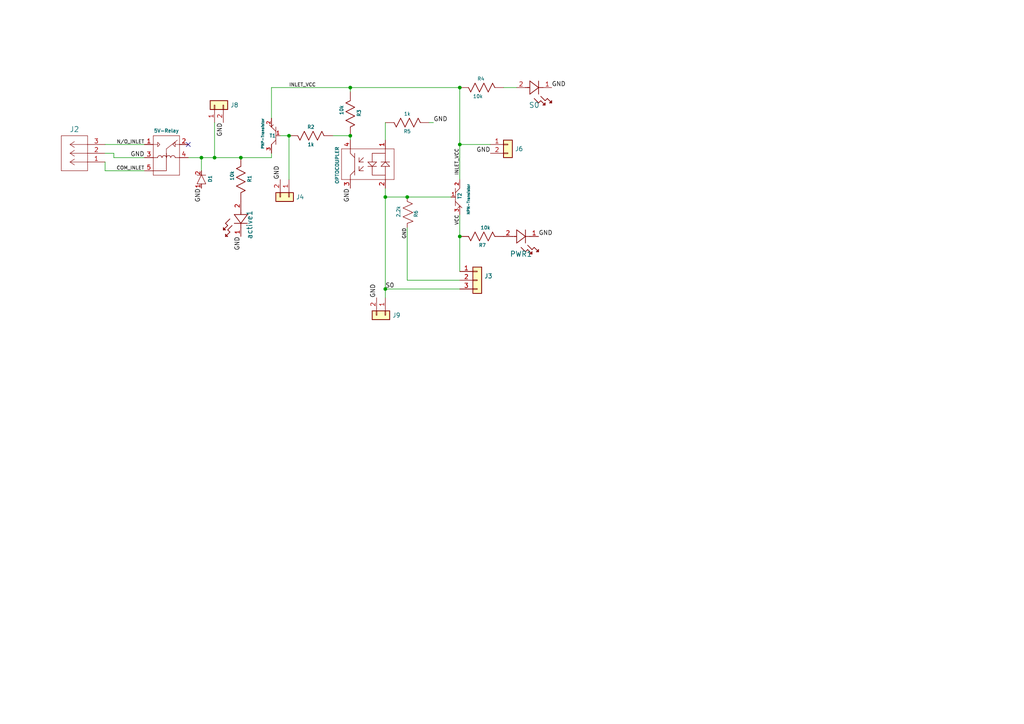
<source format=kicad_sch>
(kicad_sch (version 20230121) (generator eeschema)

  (uuid 8633ec19-b774-4ce9-a874-0daeda4d05c7)

  (paper "A4")

  (lib_symbols
    (symbol "Connector_Generic:Conn_01x02" (pin_names (offset 1.016) hide) (in_bom yes) (on_board yes)
      (property "Reference" "J" (at 0 2.54 0)
        (effects (font (size 1.27 1.27)))
      )
      (property "Value" "Conn_01x02" (at 0 -5.08 0)
        (effects (font (size 1.27 1.27)))
      )
      (property "Footprint" "" (at 0 0 0)
        (effects (font (size 1.27 1.27)) hide)
      )
      (property "Datasheet" "~" (at 0 0 0)
        (effects (font (size 1.27 1.27)) hide)
      )
      (property "ki_keywords" "connector" (at 0 0 0)
        (effects (font (size 1.27 1.27)) hide)
      )
      (property "ki_description" "Generic connector, single row, 01x02, script generated (kicad-library-utils/schlib/autogen/connector/)" (at 0 0 0)
        (effects (font (size 1.27 1.27)) hide)
      )
      (property "ki_fp_filters" "Connector*:*_1x??_*" (at 0 0 0)
        (effects (font (size 1.27 1.27)) hide)
      )
      (symbol "Conn_01x02_1_1"
        (rectangle (start -1.27 -2.413) (end 0 -2.667)
          (stroke (width 0.1524) (type default))
          (fill (type none))
        )
        (rectangle (start -1.27 0.127) (end 0 -0.127)
          (stroke (width 0.1524) (type default))
          (fill (type none))
        )
        (rectangle (start -1.27 1.27) (end 1.27 -3.81)
          (stroke (width 0.254) (type default))
          (fill (type background))
        )
        (pin passive line (at -5.08 0 0) (length 3.81)
          (name "Pin_1" (effects (font (size 1.27 1.27))))
          (number "1" (effects (font (size 1.27 1.27))))
        )
        (pin passive line (at -5.08 -2.54 0) (length 3.81)
          (name "Pin_2" (effects (font (size 1.27 1.27))))
          (number "2" (effects (font (size 1.27 1.27))))
        )
      )
    )
    (symbol "Connector_Generic:Conn_01x03" (pin_names (offset 1.016) hide) (in_bom yes) (on_board yes)
      (property "Reference" "J" (at 0 5.08 0)
        (effects (font (size 1.27 1.27)))
      )
      (property "Value" "Conn_01x03" (at 0 -5.08 0)
        (effects (font (size 1.27 1.27)))
      )
      (property "Footprint" "" (at 0 0 0)
        (effects (font (size 1.27 1.27)) hide)
      )
      (property "Datasheet" "~" (at 0 0 0)
        (effects (font (size 1.27 1.27)) hide)
      )
      (property "ki_keywords" "connector" (at 0 0 0)
        (effects (font (size 1.27 1.27)) hide)
      )
      (property "ki_description" "Generic connector, single row, 01x03, script generated (kicad-library-utils/schlib/autogen/connector/)" (at 0 0 0)
        (effects (font (size 1.27 1.27)) hide)
      )
      (property "ki_fp_filters" "Connector*:*_1x??_*" (at 0 0 0)
        (effects (font (size 1.27 1.27)) hide)
      )
      (symbol "Conn_01x03_1_1"
        (rectangle (start -1.27 -2.413) (end 0 -2.667)
          (stroke (width 0.1524) (type default))
          (fill (type none))
        )
        (rectangle (start -1.27 0.127) (end 0 -0.127)
          (stroke (width 0.1524) (type default))
          (fill (type none))
        )
        (rectangle (start -1.27 2.667) (end 0 2.413)
          (stroke (width 0.1524) (type default))
          (fill (type none))
        )
        (rectangle (start -1.27 3.81) (end 1.27 -3.81)
          (stroke (width 0.254) (type default))
          (fill (type background))
        )
        (pin passive line (at -5.08 2.54 0) (length 3.81)
          (name "Pin_1" (effects (font (size 1.27 1.27))))
          (number "1" (effects (font (size 1.27 1.27))))
        )
        (pin passive line (at -5.08 0 0) (length 3.81)
          (name "Pin_2" (effects (font (size 1.27 1.27))))
          (number "2" (effects (font (size 1.27 1.27))))
        )
        (pin passive line (at -5.08 -2.54 0) (length 3.81)
          (name "Pin_3" (effects (font (size 1.27 1.27))))
          (number "3" (effects (font (size 1.27 1.27))))
        )
      )
    )
    (symbol "pPSI:10kohm-Resistor" (pin_numbers hide) (pin_names (offset -2.54) hide) (in_bom yes) (on_board yes)
      (property "Reference" "R" (at 5.588 3.81 0)
        (effects (font (size 1 1)))
      )
      (property "Value" "10kohm-Resistor" (at 6.731 -2.54 0)
        (effects (font (size 1 1)))
      )
      (property "Footprint" "pPSI:10kohm resistor" (at 6.604 -5.207 0)
        (effects (font (size 1.524 1.524)) hide)
      )
      (property "Datasheet" "" (at 0 0 0)
        (effects (font (size 1.524 1.524)))
      )
      (symbol "10kohm-Resistor_1_1"
        (polyline
          (pts
            (xy 2.54 0)
            (xy 3.175 1.27)
          )
          (stroke (width 0.2032) (type solid))
          (fill (type none))
        )
        (polyline
          (pts
            (xy 3.175 1.27)
            (xy 4.445 -1.27)
          )
          (stroke (width 0.2032) (type solid))
          (fill (type none))
        )
        (polyline
          (pts
            (xy 4.445 -1.27)
            (xy 5.715 1.27)
          )
          (stroke (width 0.2032) (type solid))
          (fill (type none))
        )
        (polyline
          (pts
            (xy 5.715 1.27)
            (xy 6.985 -1.27)
          )
          (stroke (width 0.2032) (type solid))
          (fill (type none))
        )
        (polyline
          (pts
            (xy 6.985 -1.27)
            (xy 8.255 1.27)
          )
          (stroke (width 0.2032) (type solid))
          (fill (type none))
        )
        (polyline
          (pts
            (xy 8.255 1.27)
            (xy 9.525 -1.27)
          )
          (stroke (width 0.2032) (type solid))
          (fill (type none))
        )
        (polyline
          (pts
            (xy 9.525 -1.27)
            (xy 10.16 0)
          )
          (stroke (width 0.2032) (type solid))
          (fill (type none))
        )
        (pin unspecified line (at 0 0 0) (length 2.54)
          (name "1" (effects (font (size 1.4986 1.4986))))
          (number "1" (effects (font (size 1.4986 1.4986))))
        )
        (pin unspecified line (at 12.7 0 180) (length 2.54)
          (name "2" (effects (font (size 1.4986 1.4986))))
          (number "2" (effects (font (size 1.4986 1.4986))))
        )
      )
    )
    (symbol "pPSI:1935174" (pin_names (offset 0.254)) (in_bom yes) (on_board yes)
      (property "Reference" "J2" (at 13.3985 -1.1236 0)
        (effects (font (size 1.524 1.524)) (justify left))
      )
      (property "Value" "" (at 13.3985 -3.9564 0)
        (effects (font (size 1.524 1.524)) (justify left) hide)
      )
      (property "Footprint" "pPSI:3-pin-terminal-block" (at 7.62 -10.16 0)
        (effects (font (size 1.27 1.27) italic) hide)
      )
      (property "Datasheet" "" (at 7.62 5.08 0)
        (effects (font (size 1.27 1.27) italic) hide)
      )
      (property "ki_locked" "" (at 0 0 0)
        (effects (font (size 1.27 1.27)))
      )
      (property "ki_keywords" "1935174" (at 0 0 0)
        (effects (font (size 1.27 1.27)) hide)
      )
      (property "ki_fp_filters" "CONN_1935174_PXC" (at 0 0 0)
        (effects (font (size 1.27 1.27)) hide)
      )
      (symbol "1935174_1_1"
        (polyline
          (pts
            (xy 5.08 -7.62)
            (xy 12.7 -7.62)
          )
          (stroke (width 0.127) (type default))
          (fill (type none))
        )
        (polyline
          (pts
            (xy 5.08 2.54)
            (xy 5.08 -7.62)
          )
          (stroke (width 0.127) (type default))
          (fill (type none))
        )
        (polyline
          (pts
            (xy 10.16 -5.08)
            (xy 5.08 -5.08)
          )
          (stroke (width 0.127) (type default))
          (fill (type none))
        )
        (polyline
          (pts
            (xy 10.16 -5.08)
            (xy 8.89 -5.9267)
          )
          (stroke (width 0.127) (type default))
          (fill (type none))
        )
        (polyline
          (pts
            (xy 10.16 -5.08)
            (xy 8.89 -4.2333)
          )
          (stroke (width 0.127) (type default))
          (fill (type none))
        )
        (polyline
          (pts
            (xy 10.16 -2.54)
            (xy 5.08 -2.54)
          )
          (stroke (width 0.127) (type default))
          (fill (type none))
        )
        (polyline
          (pts
            (xy 10.16 -2.54)
            (xy 8.89 -3.3867)
          )
          (stroke (width 0.127) (type default))
          (fill (type none))
        )
        (polyline
          (pts
            (xy 10.16 -2.54)
            (xy 8.89 -1.6933)
          )
          (stroke (width 0.127) (type default))
          (fill (type none))
        )
        (polyline
          (pts
            (xy 10.16 0)
            (xy 5.08 0)
          )
          (stroke (width 0.127) (type default))
          (fill (type none))
        )
        (polyline
          (pts
            (xy 10.16 0)
            (xy 8.89 -0.8467)
          )
          (stroke (width 0.127) (type default))
          (fill (type none))
        )
        (polyline
          (pts
            (xy 10.16 0)
            (xy 8.89 0.8467)
          )
          (stroke (width 0.127) (type default))
          (fill (type none))
        )
        (polyline
          (pts
            (xy 12.7 -7.62)
            (xy 12.7 2.54)
          )
          (stroke (width 0.127) (type default))
          (fill (type none))
        )
        (polyline
          (pts
            (xy 12.7 2.54)
            (xy 5.08 2.54)
          )
          (stroke (width 0.127) (type default))
          (fill (type none))
        )
        (pin unspecified line (at 0 0 0) (length 5.08)
          (name "" (effects (font (size 1.27 1.27))))
          (number "1" (effects (font (size 1.27 1.27))))
        )
        (pin unspecified line (at 0 -2.54 0) (length 5.08)
          (name "" (effects (font (size 1.27 1.27))))
          (number "2" (effects (font (size 1.27 1.27))))
        )
        (pin unspecified line (at 0 -5.08 0) (length 5.08)
          (name "" (effects (font (size 1.27 1.27))))
          (number "3" (effects (font (size 1.27 1.27))))
        )
      )
      (symbol "1935174_1_2"
        (polyline
          (pts
            (xy 5.08 -7.62)
            (xy 12.7 -7.62)
          )
          (stroke (width 0.127) (type default))
          (fill (type none))
        )
        (polyline
          (pts
            (xy 5.08 2.54)
            (xy 5.08 -7.62)
          )
          (stroke (width 0.127) (type default))
          (fill (type none))
        )
        (polyline
          (pts
            (xy 7.62 -5.08)
            (xy 5.08 -5.08)
          )
          (stroke (width 0.127) (type default))
          (fill (type none))
        )
        (polyline
          (pts
            (xy 7.62 -5.08)
            (xy 8.89 -5.9267)
          )
          (stroke (width 0.127) (type default))
          (fill (type none))
        )
        (polyline
          (pts
            (xy 7.62 -5.08)
            (xy 8.89 -4.2333)
          )
          (stroke (width 0.127) (type default))
          (fill (type none))
        )
        (polyline
          (pts
            (xy 7.62 -2.54)
            (xy 5.08 -2.54)
          )
          (stroke (width 0.127) (type default))
          (fill (type none))
        )
        (polyline
          (pts
            (xy 7.62 -2.54)
            (xy 8.89 -3.3867)
          )
          (stroke (width 0.127) (type default))
          (fill (type none))
        )
        (polyline
          (pts
            (xy 7.62 -2.54)
            (xy 8.89 -1.6933)
          )
          (stroke (width 0.127) (type default))
          (fill (type none))
        )
        (polyline
          (pts
            (xy 7.62 0)
            (xy 5.08 0)
          )
          (stroke (width 0.127) (type default))
          (fill (type none))
        )
        (polyline
          (pts
            (xy 7.62 0)
            (xy 8.89 -0.8467)
          )
          (stroke (width 0.127) (type default))
          (fill (type none))
        )
        (polyline
          (pts
            (xy 7.62 0)
            (xy 8.89 0.8467)
          )
          (stroke (width 0.127) (type default))
          (fill (type none))
        )
        (polyline
          (pts
            (xy 12.7 -7.62)
            (xy 12.7 2.54)
          )
          (stroke (width 0.127) (type default))
          (fill (type none))
        )
        (polyline
          (pts
            (xy 12.7 2.54)
            (xy 5.08 2.54)
          )
          (stroke (width 0.127) (type default))
          (fill (type none))
        )
        (pin unspecified line (at 0 0 0) (length 5.08)
          (name "1" (effects (font (size 1.27 1.27))))
          (number "1" (effects (font (size 1.27 1.27))))
        )
        (pin unspecified line (at 0 -2.54 0) (length 5.08)
          (name "2" (effects (font (size 1.27 1.27))))
          (number "2" (effects (font (size 1.27 1.27))))
        )
        (pin unspecified line (at 0 -5.08 0) (length 5.08)
          (name "3" (effects (font (size 1.27 1.27))))
          (number "3" (effects (font (size 1.27 1.27))))
        )
      )
    )
    (symbol "pPSI:1kohm-Resistor" (pin_numbers hide) (pin_names (offset -2.54) hide) (in_bom yes) (on_board yes)
      (property "Reference" "R" (at 5.715 3.429 0)
        (effects (font (size 1 1)))
      )
      (property "Value" "1kohm-Resistor" (at 6.223 -2.794 0)
        (effects (font (size 1 1)))
      )
      (property "Footprint" "pPSI:1kohm resistor" (at 6.223 -5.08 0)
        (effects (font (size 1.524 1.524)) hide)
      )
      (property "Datasheet" "" (at 0 0 0)
        (effects (font (size 1.524 1.524)))
      )
      (symbol "1kohm-Resistor_1_1"
        (polyline
          (pts
            (xy 2.54 0)
            (xy 3.175 1.27)
          )
          (stroke (width 0.2032) (type solid))
          (fill (type none))
        )
        (polyline
          (pts
            (xy 3.175 1.27)
            (xy 4.445 -1.27)
          )
          (stroke (width 0.2032) (type solid))
          (fill (type none))
        )
        (polyline
          (pts
            (xy 4.445 -1.27)
            (xy 5.715 1.27)
          )
          (stroke (width 0.2032) (type solid))
          (fill (type none))
        )
        (polyline
          (pts
            (xy 5.715 1.27)
            (xy 6.985 -1.27)
          )
          (stroke (width 0.2032) (type solid))
          (fill (type none))
        )
        (polyline
          (pts
            (xy 6.985 -1.27)
            (xy 8.255 1.27)
          )
          (stroke (width 0.2032) (type solid))
          (fill (type none))
        )
        (polyline
          (pts
            (xy 8.255 1.27)
            (xy 9.525 -1.27)
          )
          (stroke (width 0.2032) (type solid))
          (fill (type none))
        )
        (polyline
          (pts
            (xy 9.525 -1.27)
            (xy 10.16 0)
          )
          (stroke (width 0.2032) (type solid))
          (fill (type none))
        )
        (pin unspecified line (at 0 0 0) (length 2.54)
          (name "1" (effects (font (size 1.4986 1.4986))))
          (number "1" (effects (font (size 1.4986 1.4986))))
        )
        (pin unspecified line (at 12.7 0 180) (length 2.54)
          (name "2" (effects (font (size 1.4986 1.4986))))
          (number "2" (effects (font (size 1.4986 1.4986))))
        )
      )
    )
    (symbol "pPSI:2.2kohm-Resistor" (pin_numbers hide) (pin_names (offset -2.54) hide) (in_bom yes) (on_board yes)
      (property "Reference" "R" (at 2.032 -7.112 90)
        (effects (font (size 1 1)))
      )
      (property "Value" "2.2kohm-Resistor" (at 8.001 -5.334 90)
        (effects (font (size 1 1)))
      )
      (property "Footprint" "pPSI:2.2kohm resistor" (at 11.684 -5.08 90)
        (effects (font (size 1.524 1.524)) hide)
      )
      (property "Datasheet" "" (at 5.08 -11.43 90)
        (effects (font (size 1.524 1.524)))
      )
      (symbol "2.2kohm-Resistor_0_1"
        (polyline
          (pts
            (xy 5.08 -6.35)
            (xy 3.3847 -5.7699)
            (xy 6.3059 -4.4634)
            (xy 3.4581 -3.2157)
            (xy 6.3059 -1.9092)
            (xy 3.5604 -0.6828)
            (xy 5.08 0)
          )
          (stroke (width 0) (type default))
          (fill (type none))
        )
      )
      (symbol "2.2kohm-Resistor_1_1"
        (pin unspecified line (at 5.08 -7.62 90) (length 1.27)
          (name "1" (effects (font (size 1.4986 1.4986))))
          (number "1" (effects (font (size 1.4986 1.4986))))
        )
        (pin unspecified line (at 5.08 1.27 270) (length 1.27)
          (name "2" (effects (font (size 1.4986 1.4986))))
          (number "2" (effects (font (size 1.4986 1.4986))))
        )
      )
    )
    (symbol "pPSI:5V-Relay" (pin_names (offset 0.254)) (in_bom yes) (on_board yes)
      (property "Reference" "J1" (at 11.43 -7.62 0)
        (effects (font (size 1.524 1.524)) hide)
      )
      (property "Value" "5V-Relay" (at 11.43 -10.16 0)
        (effects (font (size 1 1)))
      )
      (property "Footprint" "pPSI:5V Relay" (at 12.319 -12.065 0)
        (effects (font (size 1.524 1.524)) hide)
      )
      (property "Datasheet" "" (at 0 0 0)
        (effects (font (size 1.524 1.524)))
      )
      (symbol "5V-Relay_0_1"
        (polyline
          (pts
            (xy 8.89 -7.62)
            (xy 7.62 -7.62)
          )
          (stroke (width 0) (type default))
          (fill (type none))
        )
        (polyline
          (pts
            (xy 8.89 -3.81)
            (xy 7.62 -3.81)
          )
          (stroke (width 0) (type default))
          (fill (type none))
        )
        (polyline
          (pts
            (xy 15.24 -3.81)
            (xy 13.97 -3.81)
          )
          (stroke (width 0) (type default))
          (fill (type none))
        )
        (polyline
          (pts
            (xy 8.89 -7.62)
            (xy 11.43 -7.62)
            (xy 11.43 -3.81)
            (xy 11.43 -2.54)
          )
          (stroke (width 0) (type default))
          (fill (type none))
        )
        (arc (start 10.16 -3.81) (mid 9.525 -3.2113) (end 8.89 -3.81)
          (stroke (width 0) (type default))
          (fill (type none))
        )
        (arc (start 11.43 -3.81) (mid 10.795 -3.2113) (end 10.16 -3.81)
          (stroke (width 0) (type default))
          (fill (type none))
        )
        (arc (start 12.7 -3.81) (mid 12.065 -3.2158) (end 11.43 -3.81)
          (stroke (width 0) (type default))
          (fill (type none))
        )
        (arc (start 13.97 -3.81) (mid 13.335 -3.2097) (end 12.7 -3.81)
          (stroke (width 0) (type default))
          (fill (type none))
        )
      )
      (symbol "5V-Relay_1_1"
        (polyline
          (pts
            (xy 7.62 -8.89)
            (xy 15.24 -8.89)
          )
          (stroke (width 0.127) (type solid))
          (fill (type none))
        )
        (polyline
          (pts
            (xy 7.62 0)
            (xy 8.89 0)
          )
          (stroke (width 0.127) (type solid))
          (fill (type none))
        )
        (polyline
          (pts
            (xy 7.62 2.54)
            (xy 7.62 -8.89)
          )
          (stroke (width 0.127) (type solid))
          (fill (type none))
        )
        (polyline
          (pts
            (xy 7.62 2.54)
            (xy 15.24 2.54)
          )
          (stroke (width 0.127) (type solid))
          (fill (type none))
        )
        (polyline
          (pts
            (xy 8.89 -0.635)
            (xy 9.525 0)
          )
          (stroke (width 0.127) (type solid))
          (fill (type none))
        )
        (polyline
          (pts
            (xy 8.89 0.635)
            (xy 8.89 -0.635)
          )
          (stroke (width 0.127) (type solid))
          (fill (type none))
        )
        (polyline
          (pts
            (xy 8.89 0.635)
            (xy 9.525 0)
          )
          (stroke (width 0.127) (type solid))
          (fill (type none))
        )
        (polyline
          (pts
            (xy 11.43 -3.81)
            (xy 11.43 -1.27)
          )
          (stroke (width 0.127) (type solid))
          (fill (type none))
        )
        (polyline
          (pts
            (xy 11.43 -1.27)
            (xy 14.605 1.27)
          )
          (stroke (width 0.127) (type solid))
          (fill (type none))
        )
        (polyline
          (pts
            (xy 13.335 0)
            (xy 13.97 -0.635)
          )
          (stroke (width 0.127) (type solid))
          (fill (type none))
        )
        (polyline
          (pts
            (xy 13.97 -0.635)
            (xy 13.97 0.635)
          )
          (stroke (width 0.127) (type solid))
          (fill (type none))
        )
        (polyline
          (pts
            (xy 13.97 0.635)
            (xy 13.335 0)
          )
          (stroke (width 0.127) (type solid))
          (fill (type none))
        )
        (polyline
          (pts
            (xy 15.24 0)
            (xy 13.97 0)
          )
          (stroke (width 0.127) (type solid))
          (fill (type none))
        )
        (polyline
          (pts
            (xy 15.24 2.54)
            (xy 15.24 -8.89)
          )
          (stroke (width 0.127) (type solid))
          (fill (type none))
        )
        (pin unspecified line (at 5.08 0 0) (length 2.54)
          (name "~" (effects (font (size 1.27 1.27))))
          (number "1" (effects (font (size 1.27 1.27))))
        )
        (pin unspecified line (at 17.78 0 180) (length 2.54)
          (name "~" (effects (font (size 1.27 1.27))))
          (number "2" (effects (font (size 1.27 1.27))))
        )
        (pin unspecified line (at 5.08 -3.81 0) (length 2.54)
          (name "" (effects (font (size 1.27 1.27))))
          (number "3" (effects (font (size 1.27 1.27))))
        )
        (pin unspecified line (at 17.78 -3.81 180) (length 2.54)
          (name "~" (effects (font (size 1.27 1.27))))
          (number "4" (effects (font (size 1.27 1.27))))
        )
        (pin unspecified line (at 5.08 -7.62 0) (length 2.54)
          (name "~" (effects (font (size 1.27 1.27))))
          (number "5" (effects (font (size 1.27 1.27))))
        )
      )
    )
    (symbol "pPSI:NPN-Transistor" (pin_names (offset 1.016)) (in_bom yes) (on_board yes)
      (property "Reference" "T" (at 5.08 -22.86 0)
        (effects (font (size 1 1)))
      )
      (property "Value" "NPN-Transistor" (at 6.477 -31.75 0)
        (effects (font (size 1 1)))
      )
      (property "Footprint" "pPSI:NPN Transistor" (at 6.35 -34.29 0)
        (effects (font (size 1.27 1.27)) hide)
      )
      (property "Datasheet" "" (at 2.667 -8.89 0)
        (effects (font (size 1.524 1.524)))
      )
      (symbol "NPN-Transistor_0_1"
        (polyline
          (pts
            (xy 3.81 -24.13)
            (xy 5.08 -25.4)
          )
          (stroke (width 0) (type default))
          (fill (type none))
        )
        (polyline
          (pts
            (xy 3.81 -21.59)
            (xy 5.08 -20.32)
          )
          (stroke (width 0) (type default))
          (fill (type none))
        )
        (polyline
          (pts
            (xy 3.81 -20.32)
            (xy 3.81 -25.4)
          )
          (stroke (width 0) (type default))
          (fill (type none))
        )
        (polyline
          (pts
            (xy 5.1102 -20.2596)
            (xy 4.5509 -19.6852)
          )
          (stroke (width 0) (type default))
          (fill (type none))
        )
      )
      (symbol "NPN-Transistor_1_1"
        (polyline
          (pts
            (xy 5.1155 -20.3142)
            (xy 5.708 -19.7217)
          )
          (stroke (width 0) (type default))
          (fill (type none))
        )
        (pin input line (at 2.54 -22.86 0) (length 1.27)
          (name "" (effects (font (size 1 1))))
          (number "1" (effects (font (size 1 1))))
        )
        (pin output line (at 5.08 -27.94 90) (length 2.54)
          (name "" (effects (font (size 1 1))))
          (number "2" (effects (font (size 1 1))))
        )
        (pin output line (at 5.08 -17.78 270) (length 2.54)
          (name "" (effects (font (size 1 1))))
          (number "3" (effects (font (size 1 1))))
        )
      )
    )
    (symbol "pPSI:OPTOCOUPLER" (pin_names (offset 0)) (in_bom yes) (on_board yes)
      (property "Reference" "Q" (at 24.13 3.81 0)
        (effects (font (size 1.524 1.524)))
      )
      (property "Value" "OPTOCOUPLER" (at 24.13 -12.7 0)
        (effects (font (size 1.524 1.524)))
      )
      (property "Footprint" "pPSI:optocoupler" (at 24.13 -15.24 0)
        (effects (font (size 1.524 1.524)) hide)
      )
      (property "Datasheet" "" (at 0 0 0)
        (effects (font (size 1.524 1.524)))
      )
      (symbol "OPTOCOUPLER_0_1"
        (polyline
          (pts
            (xy 19.05 -3.81)
            (xy 19.05 -7.62)
          )
          (stroke (width 0) (type default))
          (fill (type none))
        )
        (polyline
          (pts
            (xy 19.05 -2.54)
            (xy 19.05 1.27)
          )
          (stroke (width 0) (type default))
          (fill (type none))
        )
        (polyline
          (pts
            (xy 21.59 -3.81)
            (xy 24.13 -3.81)
          )
          (stroke (width 0) (type default))
          (fill (type none))
        )
        (polyline
          (pts
            (xy 25.4 -3.81)
            (xy 26.67 -5.08)
          )
          (stroke (width 0) (type default))
          (fill (type none))
        )
        (polyline
          (pts
            (xy 25.4 -1.27)
            (xy 26.67 -2.54)
          )
          (stroke (width 0) (type default))
          (fill (type none))
        )
        (polyline
          (pts
            (xy 27.94 -5.08)
            (xy 27.94 -6.35)
          )
          (stroke (width 0) (type default))
          (fill (type none))
        )
        (polyline
          (pts
            (xy 27.94 -1.27)
            (xy 27.94 0)
          )
          (stroke (width 0) (type default))
          (fill (type none))
        )
        (polyline
          (pts
            (xy 19.05 -6.35)
            (xy 22.86 -6.35)
            (xy 22.86 -3.81)
          )
          (stroke (width 0) (type default))
          (fill (type none))
        )
        (polyline
          (pts
            (xy 22.86 -2.54)
            (xy 22.86 0)
            (xy 19.05 0)
          )
          (stroke (width 0) (type default))
          (fill (type none))
        )
        (polyline
          (pts
            (xy 21.59 -2.54)
            (xy 24.13 -2.54)
            (xy 22.86 -3.81)
            (xy 21.59 -2.54)
          )
          (stroke (width 0) (type default))
          (fill (type none))
        )
        (polyline
          (pts
            (xy 26.67 -5.08)
            (xy 26.67 -3.81)
            (xy 26.67 -5.08)
            (xy 25.4 -5.08)
          )
          (stroke (width 0) (type default))
          (fill (type none))
        )
        (polyline
          (pts
            (xy 26.67 -2.54)
            (xy 26.67 -1.27)
            (xy 26.67 -2.54)
            (xy 25.4 -2.54)
          )
          (stroke (width 0) (type default))
          (fill (type none))
        )
        (polyline
          (pts
            (xy 19.05 -2.54)
            (xy 17.78 -3.81)
            (xy 20.32 -3.81)
            (xy 19.05 -2.54)
            (xy 17.78 -2.54)
            (xy 20.32 -2.54)
          )
          (stroke (width 0) (type default))
          (fill (type none))
        )
        (polyline
          (pts
            (xy 29.21 1.27)
            (xy 29.21 0)
            (xy 27.94 -1.27)
            (xy 27.94 -5.08)
            (xy 29.21 -6.35)
            (xy 29.21 -7.62)
          )
          (stroke (width 0) (type default))
          (fill (type none))
        )
      )
      (symbol "OPTOCOUPLER_1_1"
        (polyline
          (pts
            (xy 16.51 -7.62)
            (xy 31.75 -7.62)
          )
          (stroke (width 0.127) (type solid))
          (fill (type none))
        )
        (polyline
          (pts
            (xy 16.51 1.27)
            (xy 16.51 -7.62)
          )
          (stroke (width 0.127) (type solid))
          (fill (type none))
        )
        (polyline
          (pts
            (xy 31.75 -7.62)
            (xy 31.75 1.27)
          )
          (stroke (width 0.127) (type solid))
          (fill (type none))
        )
        (polyline
          (pts
            (xy 31.75 1.27)
            (xy 16.51 1.27)
          )
          (stroke (width 0.127) (type solid))
          (fill (type none))
        )
        (pin unspecified line (at 19.05 3.81 270) (length 2.54)
          (name "~" (effects (font (size 1.27 1.27))))
          (number "1" (effects (font (size 1.27 1.27))))
        )
        (pin unspecified line (at 19.05 -10.16 90) (length 2.54)
          (name "~" (effects (font (size 1.27 1.27))))
          (number "2" (effects (font (size 1.27 1.27))))
        )
        (pin unspecified line (at 29.21 -10.16 90) (length 2.54)
          (name "" (effects (font (size 1.27 1.27))))
          (number "3" (effects (font (size 1.27 1.27))))
        )
        (pin unspecified line (at 29.21 3.81 270) (length 2.54)
          (name "" (effects (font (size 1.27 1.27))))
          (number "4" (effects (font (size 1.27 1.27))))
        )
      )
    )
    (symbol "pPSI:PNP-Transistor" (pin_names (offset 1.016)) (in_bom yes) (on_board yes)
      (property "Reference" "T" (at 26.67 -2.54 0)
        (effects (font (size 1 1)))
      )
      (property "Value" "PNP-Transistor" (at 26.67 -12.7 0)
        (effects (font (size 1 1)))
      )
      (property "Footprint" "pPSI:PNP Transistor" (at 26.67 -15.24 0)
        (effects (font (size 1.27 1.27)) hide)
      )
      (property "Datasheet" "" (at 12.827 -8.89 0)
        (effects (font (size 1.524 1.524)))
      )
      (symbol "PNP-Transistor_0_1"
        (polyline
          (pts
            (xy 25.4 -3.81)
            (xy 26.67 -5.08)
          )
          (stroke (width 0) (type default))
          (fill (type none))
        )
        (polyline
          (pts
            (xy 25.4 -1.27)
            (xy 26.67 0)
          )
          (stroke (width 0) (type default))
          (fill (type none))
        )
        (polyline
          (pts
            (xy 25.4 0)
            (xy 25.4 -5.08)
          )
          (stroke (width 0) (type default))
          (fill (type none))
        )
        (polyline
          (pts
            (xy 26.7002 0.0604)
            (xy 26.1409 0.6348)
          )
          (stroke (width 0) (type default))
          (fill (type none))
        )
      )
      (symbol "PNP-Transistor_1_1"
        (polyline
          (pts
            (xy 26.7055 0.0058)
            (xy 27.298 0.5983)
          )
          (stroke (width 0) (type default))
          (fill (type none))
        )
        (pin input line (at 24.13 -2.54 0) (length 1.27)
          (name "" (effects (font (size 1 1))))
          (number "1" (effects (font (size 1 1))))
        )
        (pin output line (at 26.67 2.54 270) (length 2.54)
          (name "" (effects (font (size 1 1))))
          (number "2" (effects (font (size 1 1))))
        )
        (pin output line (at 26.67 -7.62 90) (length 2.54)
          (name "" (effects (font (size 1 1))))
          (number "3" (effects (font (size 1 1))))
        )
      )
    )
    (symbol "pPSI:Small-Signal-Diode" (pin_names (offset 0.254)) (in_bom yes) (on_board yes)
      (property "Reference" "D" (at 16.51 15.24 0)
        (effects (font (size 1.524 1.524)))
      )
      (property "Value" "Small-Signal-Diode" (at 16.51 7.62 0)
        (effects (font (size 1.524 1.524)))
      )
      (property "Footprint" "pPSI:small signal diode" (at 17.145 5.207 0)
        (effects (font (size 1.524 1.524)) hide)
      )
      (property "Datasheet" "" (at 12.065 -5.334 0)
        (effects (font (size 1.524 1.524)))
      )
      (symbol "Small-Signal-Diode_0_1"
        (polyline
          (pts
            (xy 12.065 13.97)
            (xy 12.065 13.97)
          )
          (stroke (width 0) (type solid))
          (fill (type none))
        )
        (polyline
          (pts
            (xy 17.78 13.97)
            (xy 17.78 11.43)
          )
          (stroke (width 0) (type solid))
          (fill (type none))
        )
        (polyline
          (pts
            (xy 17.907 12.7)
            (xy 15.24 13.97)
            (xy 15.24 11.43)
            (xy 17.907 12.7)
          )
          (stroke (width 0) (type solid))
          (fill (type none))
        )
      )
      (symbol "Small-Signal-Diode_1_1"
        (pin unspecified line (at 13.97 12.7 0) (length 1.27)
          (name "~" (effects (font (size 1.27 1.27))))
          (number "1" (effects (font (size 1.27 1.27))))
        )
        (pin unspecified line (at 19.05 12.7 180) (length 1.27)
          (name "~" (effects (font (size 1.27 1.27))))
          (number "2" (effects (font (size 1.27 1.27))))
        )
      )
    )
    (symbol "pPSI:green led" (pin_names (offset 0.254)) (in_bom yes) (on_board yes)
      (property "Reference" "LED" (at 5.08 -4.445 0)
        (effects (font (size 1.524 1.524)))
      )
      (property "Value" "green led" (at 5.08 -7.62 0)
        (effects (font (size 1.524 1.524)))
      )
      (property "Footprint" "green led" (at 6.35 -12.7 0)
        (effects (font (size 1.27 1.27) italic) hide)
      )
      (property "Datasheet" "green led" (at 5.08 -10.16 0)
        (effects (font (size 1.27 1.27) italic) hide)
      )
      (property "ki_locked" "" (at 0 0 0)
        (effects (font (size 1.27 1.27)))
      )
      (property "ki_keywords" "HSMG-C170" (at 0 0 0)
        (effects (font (size 1.27 1.27)) hide)
      )
      (property "ki_fp_filters" "LED_MG-C170" (at 0 0 0)
        (effects (font (size 1.27 1.27)) hide)
      )
      (symbol "green led_0_1"
        (polyline
          (pts
            (xy 2.54 0)
            (xy 3.4798 0)
          )
          (stroke (width 0.2032) (type default))
          (fill (type none))
        )
        (polyline
          (pts
            (xy 3.175 0)
            (xy 3.81 0)
          )
          (stroke (width 0.2032) (type default))
          (fill (type none))
        )
        (polyline
          (pts
            (xy 3.81 -1.905)
            (xy 6.35 0)
          )
          (stroke (width 0.2032) (type default))
          (fill (type none))
        )
        (polyline
          (pts
            (xy 3.81 1.905)
            (xy 3.81 -1.905)
          )
          (stroke (width 0.2032) (type default))
          (fill (type none))
        )
        (polyline
          (pts
            (xy 5.08 3.175)
            (xy 6.35 4.445)
          )
          (stroke (width 0.2032) (type default))
          (fill (type none))
        )
        (polyline
          (pts
            (xy 6.35 -1.905)
            (xy 6.35 1.905)
          )
          (stroke (width 0.2032) (type default))
          (fill (type none))
        )
        (polyline
          (pts
            (xy 6.35 0)
            (xy 3.81 1.905)
          )
          (stroke (width 0.2032) (type default))
          (fill (type none))
        )
        (polyline
          (pts
            (xy 6.35 0)
            (xy 7.62 0)
          )
          (stroke (width 0.2032) (type default))
          (fill (type none))
        )
        (polyline
          (pts
            (xy 6.35 4.445)
            (xy 6.985 3.81)
          )
          (stroke (width 0.2032) (type default))
          (fill (type none))
        )
        (polyline
          (pts
            (xy 6.985 2.54)
            (xy 8.255 3.81)
          )
          (stroke (width 0.2032) (type default))
          (fill (type none))
        )
        (polyline
          (pts
            (xy 6.985 3.81)
            (xy 8.255 5.08)
          )
          (stroke (width 0.2032) (type default))
          (fill (type none))
        )
        (polyline
          (pts
            (xy 7.62 5.08)
            (xy 8.255 4.445)
          )
          (stroke (width 0.2032) (type default))
          (fill (type none))
        )
        (polyline
          (pts
            (xy 8.255 3.81)
            (xy 8.89 3.175)
          )
          (stroke (width 0.2032) (type default))
          (fill (type none))
        )
        (polyline
          (pts
            (xy 8.255 4.445)
            (xy 8.255 5.08)
          )
          (stroke (width 0.2032) (type default))
          (fill (type none))
        )
        (polyline
          (pts
            (xy 8.255 5.08)
            (xy 7.62 5.08)
          )
          (stroke (width 0.2032) (type default))
          (fill (type none))
        )
        (polyline
          (pts
            (xy 8.89 3.175)
            (xy 10.16 4.445)
          )
          (stroke (width 0.2032) (type default))
          (fill (type none))
        )
        (polyline
          (pts
            (xy 9.525 4.445)
            (xy 10.16 3.81)
          )
          (stroke (width 0.2032) (type default))
          (fill (type none))
        )
        (polyline
          (pts
            (xy 10.16 3.81)
            (xy 10.16 4.445)
          )
          (stroke (width 0.2032) (type default))
          (fill (type none))
        )
        (polyline
          (pts
            (xy 10.16 4.445)
            (xy 9.525 4.445)
          )
          (stroke (width 0.2032) (type default))
          (fill (type none))
        )
        (pin unspecified line (at 10.16 0 180) (length 2.54)
          (name "" (effects (font (size 1.27 1.27))))
          (number "1" (effects (font (size 1.27 1.27))))
        )
        (pin unspecified line (at 0 0 0) (length 2.54)
          (name "" (effects (font (size 1.27 1.27))))
          (number "2" (effects (font (size 1.27 1.27))))
        )
      )
    )
    (symbol "pPSI:red led" (pin_names (offset 0.254)) (in_bom yes) (on_board yes)
      (property "Reference" "LED" (at 5.08 -4.445 0)
        (effects (font (size 1.524 1.524)))
      )
      (property "Value" "red led" (at 5.08 -7.62 0)
        (effects (font (size 1.524 1.524)))
      )
      (property "Footprint" "red led" (at 6.35 -10.16 0)
        (effects (font (size 1.27 1.27) italic) hide)
      )
      (property "Datasheet" "red led" (at 5.08 -12.7 0)
        (effects (font (size 1.27 1.27) italic) hide)
      )
      (property "ki_locked" "" (at 0 0 0)
        (effects (font (size 1.27 1.27)))
      )
      (property "ki_keywords" "HSMG-C170" (at 0 0 0)
        (effects (font (size 1.27 1.27)) hide)
      )
      (property "ki_fp_filters" "LED_MG-C170" (at 0 0 0)
        (effects (font (size 1.27 1.27)) hide)
      )
      (symbol "red led_0_1"
        (polyline
          (pts
            (xy 2.54 0)
            (xy 3.4798 0)
          )
          (stroke (width 0.2032) (type default))
          (fill (type none))
        )
        (polyline
          (pts
            (xy 3.175 0)
            (xy 3.81 0)
          )
          (stroke (width 0.2032) (type default))
          (fill (type none))
        )
        (polyline
          (pts
            (xy 3.81 -1.905)
            (xy 6.35 0)
          )
          (stroke (width 0.2032) (type default))
          (fill (type none))
        )
        (polyline
          (pts
            (xy 3.81 1.905)
            (xy 3.81 -1.905)
          )
          (stroke (width 0.2032) (type default))
          (fill (type none))
        )
        (polyline
          (pts
            (xy 5.08 3.175)
            (xy 6.35 4.445)
          )
          (stroke (width 0.2032) (type default))
          (fill (type none))
        )
        (polyline
          (pts
            (xy 6.35 -1.905)
            (xy 6.35 1.905)
          )
          (stroke (width 0.2032) (type default))
          (fill (type none))
        )
        (polyline
          (pts
            (xy 6.35 0)
            (xy 3.81 1.905)
          )
          (stroke (width 0.2032) (type default))
          (fill (type none))
        )
        (polyline
          (pts
            (xy 6.35 0)
            (xy 7.62 0)
          )
          (stroke (width 0.2032) (type default))
          (fill (type none))
        )
        (polyline
          (pts
            (xy 6.35 4.445)
            (xy 6.985 3.81)
          )
          (stroke (width 0.2032) (type default))
          (fill (type none))
        )
        (polyline
          (pts
            (xy 6.985 2.54)
            (xy 8.255 3.81)
          )
          (stroke (width 0.2032) (type default))
          (fill (type none))
        )
        (polyline
          (pts
            (xy 6.985 3.81)
            (xy 8.255 5.08)
          )
          (stroke (width 0.2032) (type default))
          (fill (type none))
        )
        (polyline
          (pts
            (xy 7.62 5.08)
            (xy 8.255 4.445)
          )
          (stroke (width 0.2032) (type default))
          (fill (type none))
        )
        (polyline
          (pts
            (xy 8.255 3.81)
            (xy 8.89 3.175)
          )
          (stroke (width 0.2032) (type default))
          (fill (type none))
        )
        (polyline
          (pts
            (xy 8.255 4.445)
            (xy 8.255 5.08)
          )
          (stroke (width 0.2032) (type default))
          (fill (type none))
        )
        (polyline
          (pts
            (xy 8.255 5.08)
            (xy 7.62 5.08)
          )
          (stroke (width 0.2032) (type default))
          (fill (type none))
        )
        (polyline
          (pts
            (xy 8.89 3.175)
            (xy 10.16 4.445)
          )
          (stroke (width 0.2032) (type default))
          (fill (type none))
        )
        (polyline
          (pts
            (xy 9.525 4.445)
            (xy 10.16 3.81)
          )
          (stroke (width 0.2032) (type default))
          (fill (type none))
        )
        (polyline
          (pts
            (xy 10.16 3.81)
            (xy 10.16 4.445)
          )
          (stroke (width 0.2032) (type default))
          (fill (type none))
        )
        (polyline
          (pts
            (xy 10.16 4.445)
            (xy 9.525 4.445)
          )
          (stroke (width 0.2032) (type default))
          (fill (type none))
        )
        (pin unspecified line (at 10.16 0 180) (length 2.54)
          (name "" (effects (font (size 1.27 1.27))))
          (number "1" (effects (font (size 1.27 1.27))))
        )
        (pin unspecified line (at 0 0 0) (length 2.54)
          (name "" (effects (font (size 1.27 1.27))))
          (number "2" (effects (font (size 1.27 1.27))))
        )
      )
    )
  )

  (junction (at 101.6 25.4) (diameter 0) (color 0 0 0 0)
    (uuid 236fed9a-ae05-4761-86d9-ffce82bb1d55)
  )
  (junction (at 111.76 57.15) (diameter 0) (color 0 0 0 0)
    (uuid 27bfb22c-7103-4e80-8b24-15925c835608)
  )
  (junction (at 101.6 39.37) (diameter 0) (color 0 0 0 0)
    (uuid 474622e0-0144-43c7-8f4b-089c6b2396be)
  )
  (junction (at 133.35 25.4) (diameter 0) (color 0 0 0 0)
    (uuid 49b8157b-c329-4976-8306-556bb178433b)
  )
  (junction (at 62.23 45.72) (diameter 0) (color 0 0 0 0)
    (uuid 747838bd-ee09-4f9a-85b9-0a25e5eef931)
  )
  (junction (at 58.42 45.72) (diameter 0) (color 0 0 0 0)
    (uuid 98569975-77e9-41e4-bd42-a68ac26877d4)
  )
  (junction (at 133.35 68.58) (diameter 0) (color 0 0 0 0)
    (uuid a05571da-235c-490f-bc51-bbfa459c7ccd)
  )
  (junction (at 133.35 41.91) (diameter 0) (color 0 0 0 0)
    (uuid b45c373d-cef4-4d4e-813d-152791700d0d)
  )
  (junction (at 69.85 45.72) (diameter 0) (color 0 0 0 0)
    (uuid c672d6f4-f129-492f-befd-b719a628104e)
  )
  (junction (at 83.82 39.37) (diameter 0) (color 0 0 0 0)
    (uuid ce01658b-77a5-49ab-a6b8-df7c88b3c503)
  )
  (junction (at 111.76 83.82) (diameter 0) (color 0 0 0 0)
    (uuid dd5426e4-dbf3-4210-a8a0-70b7758dd314)
  )
  (junction (at 118.11 57.15) (diameter 0) (color 0 0 0 0)
    (uuid e5447f24-d53a-4432-a8cc-134553edcf39)
  )

  (no_connect (at 54.61 41.91) (uuid 638f0750-e675-4b6d-b046-314b4d4eeaaf))

  (wire (pts (xy 133.35 62.23) (xy 133.35 68.58))
    (stroke (width 0) (type default))
    (uuid 00bbbdfb-1f7c-48a6-8203-858f02f2f797)
  )
  (wire (pts (xy 111.76 35.56) (xy 111.76 40.64))
    (stroke (width 0) (type default))
    (uuid 02929aa1-ed04-4322-b0f5-a829dde5dcbe)
  )
  (wire (pts (xy 133.35 25.4) (xy 133.35 41.91))
    (stroke (width 0) (type default))
    (uuid 1f6094b8-cc9f-4259-b384-57f1ad4cb707)
  )
  (wire (pts (xy 54.61 45.72) (xy 58.42 45.72))
    (stroke (width 0) (type default))
    (uuid 282ce0f1-cfac-47b6-b299-657b53bed470)
  )
  (wire (pts (xy 101.6 39.37) (xy 101.6 40.64))
    (stroke (width 0) (type default))
    (uuid 2dd17473-996c-4b3e-a787-041a6880e893)
  )
  (wire (pts (xy 101.6 25.4) (xy 133.35 25.4))
    (stroke (width 0) (type default))
    (uuid 2e86a6c2-7f1a-46c5-abbb-587a157db090)
  )
  (wire (pts (xy 78.74 25.4) (xy 101.6 25.4))
    (stroke (width 0) (type default))
    (uuid 2edb7e82-8c77-4950-a42e-63a13a915e32)
  )
  (wire (pts (xy 111.76 57.15) (xy 111.76 83.82))
    (stroke (width 0) (type default))
    (uuid 2f9a1c31-f3cd-47a4-a8c0-bf5f1e78bd25)
  )
  (wire (pts (xy 83.82 39.37) (xy 83.82 52.07))
    (stroke (width 0) (type default))
    (uuid 314e9ef6-e914-4c89-b219-93588002942e)
  )
  (wire (pts (xy 142.24 41.91) (xy 133.35 41.91))
    (stroke (width 0) (type default))
    (uuid 33a2ee5d-5878-456a-8ed5-583484c8c811)
  )
  (wire (pts (xy 33.02 44.45) (xy 30.48 44.45))
    (stroke (width 0) (type default))
    (uuid 52d374cf-0c0c-438b-bfa9-476d13c9a361)
  )
  (wire (pts (xy 101.6 26.67) (xy 101.6 25.4))
    (stroke (width 0) (type default))
    (uuid 54482017-2a95-4729-8067-2503aaa82580)
  )
  (wire (pts (xy 130.81 57.15) (xy 118.11 57.15))
    (stroke (width 0) (type default))
    (uuid 5f45a6ab-4919-4810-bfb8-319f35a20032)
  )
  (wire (pts (xy 30.48 46.99) (xy 30.48 49.53))
    (stroke (width 0) (type default))
    (uuid 6c7db04a-25de-4eb0-ad9b-0a4e90f694b9)
  )
  (wire (pts (xy 111.76 83.82) (xy 111.76 86.36))
    (stroke (width 0) (type default))
    (uuid 72f2cf45-ff32-4218-ac05-45402c73350b)
  )
  (wire (pts (xy 78.74 25.4) (xy 78.74 34.29))
    (stroke (width 0) (type default))
    (uuid 73150c15-8701-4cbd-97e3-a9880ef85405)
  )
  (wire (pts (xy 33.02 45.72) (xy 41.91 45.72))
    (stroke (width 0) (type default))
    (uuid 7b73eaa7-799b-4f28-818a-55cca3c88829)
  )
  (wire (pts (xy 62.23 45.72) (xy 69.85 45.72))
    (stroke (width 0) (type default))
    (uuid 7e9b008b-4cf7-4e77-9b26-53bfa9a61eb8)
  )
  (wire (pts (xy 111.76 83.82) (xy 133.35 83.82))
    (stroke (width 0) (type default))
    (uuid 89ca6331-64f2-49bc-9fe0-ba24b3ddbae0)
  )
  (wire (pts (xy 118.11 81.28) (xy 118.11 66.04))
    (stroke (width 0) (type default))
    (uuid 951e8e49-ea21-414e-be1d-6cabe58130f8)
  )
  (wire (pts (xy 30.48 49.53) (xy 41.91 49.53))
    (stroke (width 0) (type default))
    (uuid 993b6cb1-63a9-45c7-ac88-fe755ab0535a)
  )
  (wire (pts (xy 33.02 45.72) (xy 33.02 44.45))
    (stroke (width 0) (type default))
    (uuid 9b367a31-b8f9-4361-bcc1-91239d09ee07)
  )
  (wire (pts (xy 118.11 81.28) (xy 133.35 81.28))
    (stroke (width 0) (type default))
    (uuid a5d93f65-dadf-45cd-8cf8-51956d72f263)
  )
  (wire (pts (xy 81.28 39.37) (xy 83.82 39.37))
    (stroke (width 0) (type default))
    (uuid a99f9957-d1d9-4580-bbd0-4d6e53963142)
  )
  (wire (pts (xy 69.85 45.72) (xy 78.74 45.72))
    (stroke (width 0) (type default))
    (uuid b477b535-4cd0-4750-a176-698f9d16b077)
  )
  (wire (pts (xy 30.48 41.91) (xy 41.91 41.91))
    (stroke (width 0) (type default))
    (uuid b766dcfe-ae6b-48cf-a957-fd8a89e04e1b)
  )
  (wire (pts (xy 133.35 68.58) (xy 133.35 78.74))
    (stroke (width 0) (type default))
    (uuid c14d1a06-abf8-45ee-b667-c0de81310dc8)
  )
  (wire (pts (xy 58.42 45.72) (xy 58.42 49.53))
    (stroke (width 0) (type default))
    (uuid c3239de8-69aa-4076-aa52-7a2b443a0967)
  )
  (wire (pts (xy 96.52 39.37) (xy 101.6 39.37))
    (stroke (width 0) (type default))
    (uuid d6b32a8a-5a05-4c78-b7c1-275997978b24)
  )
  (wire (pts (xy 78.74 44.45) (xy 78.74 45.72))
    (stroke (width 0) (type default))
    (uuid da3444c4-d08b-4e5a-9228-2dabce2a3ec6)
  )
  (wire (pts (xy 146.05 25.4) (xy 149.86 25.4))
    (stroke (width 0) (type default))
    (uuid dd4b3ca7-d0ab-4177-b4e3-18440f9d2f2f)
  )
  (wire (pts (xy 125.73 35.56) (xy 124.46 35.56))
    (stroke (width 0) (type default))
    (uuid e49b4646-ad53-4b01-8b87-28bd0630588e)
  )
  (wire (pts (xy 133.35 41.91) (xy 133.35 52.07))
    (stroke (width 0) (type default))
    (uuid f3dd8853-17d7-43d7-bdf6-74362a26d7ae)
  )
  (wire (pts (xy 62.23 35.56) (xy 62.23 45.72))
    (stroke (width 0) (type default))
    (uuid f8672138-e7c7-45d3-adad-90944017335d)
  )
  (wire (pts (xy 62.23 45.72) (xy 58.42 45.72))
    (stroke (width 0) (type default))
    (uuid f98e9c01-fc0a-49bd-a037-88ab376a54ca)
  )
  (wire (pts (xy 118.11 57.15) (xy 111.76 57.15))
    (stroke (width 0) (type default))
    (uuid fb15759b-9b7f-41f5-a590-865158f2af2c)
  )
  (wire (pts (xy 111.76 57.15) (xy 111.76 54.61))
    (stroke (width 0) (type default))
    (uuid fbfd19f9-cbec-4f5e-ac69-c7e34b2fe958)
  )

  (label "GND" (at 118.11 66.04 270) (fields_autoplaced)
    (effects (font (size 1 1)) (justify right bottom))
    (uuid 01809085-bff1-4202-93a0-0c58426cb132)
  )
  (label "GND" (at 142.24 44.45 180) (fields_autoplaced)
    (effects (font (size 1.27 1.27)) (justify right bottom))
    (uuid 02940763-933e-4ac0-91b0-52075ce7bd48)
  )
  (label "GND" (at 160.02 25.4 0) (fields_autoplaced)
    (effects (font (size 1.27 1.27)) (justify left bottom))
    (uuid 1870104d-731a-4ef7-91f7-354695a3ae80)
  )
  (label "GND" (at 109.22 86.36 90) (fields_autoplaced)
    (effects (font (size 1.27 1.27)) (justify left bottom))
    (uuid 1e3a1235-31f4-4ebb-a702-80114bd37337)
  )
  (label "GND" (at 81.28 52.07 90) (fields_autoplaced)
    (effects (font (size 1.27 1.27)) (justify left bottom))
    (uuid 449694f5-1daa-4348-b9a1-b77a210e0892)
  )
  (label "COM_INLET" (at 41.91 49.53 180) (fields_autoplaced)
    (effects (font (size 1 1)) (justify right bottom))
    (uuid 44d0fc2b-d761-4ee8-9ffc-16a8f5985bc0)
  )
  (label "GND" (at 41.91 45.72 180) (fields_autoplaced)
    (effects (font (size 1.27 1.27)) (justify right bottom))
    (uuid 5210a242-31da-4c8c-b82f-f271054907ef)
  )
  (label "S0" (at 111.76 83.82 0) (fields_autoplaced)
    (effects (font (size 1.27 1.27)) (justify left bottom))
    (uuid 65875f06-5aeb-4d47-9ed9-087ec41fe39d)
  )
  (label "GND" (at 64.77 35.56 270) (fields_autoplaced)
    (effects (font (size 1.27 1.27)) (justify right bottom))
    (uuid 7599fe87-32f9-4e3c-80a6-91438e1c9e70)
  )
  (label "GND" (at 58.42 54.61 270) (fields_autoplaced)
    (effects (font (size 1.27 1.27)) (justify right bottom))
    (uuid 781f11cf-79d0-47f2-bae0-c3e950b982e5)
  )
  (label "GND" (at 156.21 68.58 0) (fields_autoplaced)
    (effects (font (size 1.27 1.27)) (justify left bottom))
    (uuid 7c6eea77-98ca-40b8-aefa-5583a77ad130)
  )
  (label "GND" (at 125.73 35.56 0) (fields_autoplaced)
    (effects (font (size 1.27 1.27)) (justify left bottom))
    (uuid 7eb01f51-4d3b-4277-abd7-324030667b1f)
  )
  (label "GND" (at 101.6 54.61 270) (fields_autoplaced)
    (effects (font (size 1.27 1.27)) (justify right bottom))
    (uuid a0c1e904-63e7-4641-8997-352464313a50)
  )
  (label "GND" (at 69.85 68.58 270) (fields_autoplaced)
    (effects (font (size 1.27 1.27)) (justify right bottom))
    (uuid b0aa3a24-7039-4a13-86f8-e262dc4dfdbd)
  )
  (label "VCC" (at 133.35 62.23 270) (fields_autoplaced)
    (effects (font (size 1 1)) (justify right bottom))
    (uuid dd5d336c-2fa5-4dd7-b284-62f9834dba85)
  )
  (label "N{slash}O_INLET" (at 41.91 41.91 180) (fields_autoplaced)
    (effects (font (size 1 1)) (justify right bottom))
    (uuid e12c5f4c-76df-4d82-94ec-a31d339c85f8)
  )
  (label "INLET_VCC" (at 83.82 25.4 0) (fields_autoplaced)
    (effects (font (size 1 1)) (justify left bottom))
    (uuid e2cf2f6c-a96b-4ccc-b853-82c4699e5ec5)
  )
  (label "INLET_VCC" (at 133.35 50.8 90) (fields_autoplaced)
    (effects (font (size 1 1)) (justify left bottom))
    (uuid e835c936-ee52-4f36-bef6-9ba833240698)
  )

  (symbol (lib_id "pPSI:red led") (at 69.85 58.42 90) (mirror x) (unit 1)
    (in_bom yes) (on_board yes) (dnp no)
    (uuid 009792c5-5a6a-44dc-a64a-7b2d9f7cbe51)
    (property "Reference" "active1" (at 72.39 60.96 0)
      (effects (font (size 1.524 1.524)) (justify left))
    )
    (property "Value" "red led" (at 63.5 66.04 90)
      (effects (font (size 1.524 1.524)) (justify left) hide)
    )
    (property "Footprint" "pPSI:red LED" (at 69.85 58.42 0)
      (effects (font (size 1.27 1.27) italic) hide)
    )
    (property "Datasheet" "red led" (at 69.85 58.42 0)
      (effects (font (size 1.27 1.27) italic) hide)
    )
    (pin "1" (uuid 50ec8ae0-06d1-4656-a329-55b7aab6abfa))
    (pin "2" (uuid c34a2778-b6e9-4d27-ae1a-4c8233b3e4c3))
    (instances
      (project "relay module"
        (path "/8633ec19-b774-4ce9-a874-0daeda4d05c7"
          (reference "active1") (unit 1)
        )
      )
      (project "rev3"
        (path "/87f0b9b3-8e27-4b23-bcb5-60960c672ecd"
          (reference "LED2") (unit 1)
        )
      )
    )
  )

  (symbol (lib_id "Connector_Generic:Conn_01x02") (at 147.32 41.91 0) (unit 1)
    (in_bom yes) (on_board yes) (dnp no) (fields_autoplaced)
    (uuid 1be11274-0520-44db-a2e7-6377e684afea)
    (property "Reference" "J6" (at 149.352 43.18 0)
      (effects (font (size 1.27 1.27)) (justify left))
    )
    (property "Value" "Conn_01x02" (at 149.352 44.3921 0) (do_not_autoplace)
      (effects (font (size 1.27 1.27)) (justify left) hide)
    )
    (property "Footprint" "pPSI:2 pin header" (at 147.32 41.91 0)
      (effects (font (size 1.27 1.27)) hide)
    )
    (property "Datasheet" "~" (at 147.32 41.91 0)
      (effects (font (size 1.27 1.27)) hide)
    )
    (pin "1" (uuid 9b0f69b4-e19c-4c45-8109-762ac07e11e8))
    (pin "2" (uuid bff895e5-8e00-43c7-9ed4-77067c7aee88))
    (instances
      (project "relay module"
        (path "/8633ec19-b774-4ce9-a874-0daeda4d05c7"
          (reference "J6") (unit 1)
        )
      )
    )
  )

  (symbol (lib_id "pPSI:OPTOCOUPLER") (at 130.81 44.45 0) (mirror y) (unit 1)
    (in_bom yes) (on_board yes) (dnp no)
    (uuid 22d22230-04b2-420c-b116-626c4c33fb0e)
    (property "Reference" "Q1" (at 115.57 49.53 90)
      (effects (font (size 1.524 1.524)) (justify left) hide)
    )
    (property "Value" "OPTOCOUPLER" (at 97.79 53.34 90)
      (effects (font (size 1 1)) (justify left))
    )
    (property "Footprint" "pPSI:optocoupler" (at 106.68 59.69 0)
      (effects (font (size 1.524 1.524)) hide)
    )
    (property "Datasheet" "" (at 130.81 44.45 0)
      (effects (font (size 1.524 1.524)))
    )
    (pin "1" (uuid 33a4bb46-e17e-4779-9ea8-a8f101be4ee2))
    (pin "2" (uuid fc22a3d3-b1a8-4179-8238-3c3e840300d5))
    (pin "3" (uuid e2460234-2a38-4032-bf77-b2fd4e0dc09a))
    (pin "4" (uuid 998d3580-3b04-4dde-ab05-e1c9b434f275))
    (instances
      (project "relay module"
        (path "/8633ec19-b774-4ce9-a874-0daeda4d05c7"
          (reference "Q1") (unit 1)
        )
      )
      (project "rev3"
        (path "/87f0b9b3-8e27-4b23-bcb5-60960c672ecd"
          (reference "Q1") (unit 1)
        )
      )
    )
  )

  (symbol (lib_id "pPSI:PNP-Transistor") (at 105.41 36.83 0) (mirror y) (unit 1)
    (in_bom yes) (on_board yes) (dnp no)
    (uuid 431888cb-2125-46c9-af1c-b2b29a004bee)
    (property "Reference" "T1" (at 80.01 39.37 0)
      (effects (font (size 1 1)) (justify left))
    )
    (property "Value" "PNP-Transistor" (at 76.2 43.18 90)
      (effects (font (size 0.75 0.75)) (justify left))
    )
    (property "Footprint" "pPSI:PNP Transistor" (at 78.74 48.26 0)
      (effects (font (size 1.27 1.27)) hide)
    )
    (property "Datasheet" "" (at 92.583 45.72 0)
      (effects (font (size 1.524 1.524)))
    )
    (pin "1" (uuid eccc4373-f007-4003-94a4-b70644a92460))
    (pin "2" (uuid 8333201d-9aee-4184-b797-6718bb472cfa))
    (pin "3" (uuid 115dea5d-f02d-4c75-8d25-4f70ebed4b15))
    (instances
      (project "relay module"
        (path "/8633ec19-b774-4ce9-a874-0daeda4d05c7"
          (reference "T1") (unit 1)
        )
      )
      (project "rev3"
        (path "/87f0b9b3-8e27-4b23-bcb5-60960c672ecd"
          (reference "T1") (unit 1)
        )
      )
    )
  )

  (symbol (lib_id "Connector_Generic:Conn_01x03") (at 138.43 81.28 0) (unit 1)
    (in_bom yes) (on_board yes) (dnp no) (fields_autoplaced)
    (uuid 431ca025-fa7f-484c-8bd0-d03148aa6229)
    (property "Reference" "J3" (at 140.462 80.0679 0)
      (effects (font (size 1.27 1.27)) (justify left))
    )
    (property "Value" "Conn_01x03" (at 140.462 82.4921 0)
      (effects (font (size 1.27 1.27)) (justify left) hide)
    )
    (property "Footprint" "pPSI:3 pin header" (at 138.43 81.28 0)
      (effects (font (size 1.27 1.27)) hide)
    )
    (property "Datasheet" "~" (at 138.43 81.28 0)
      (effects (font (size 1.27 1.27)) hide)
    )
    (pin "1" (uuid 415111be-c568-4387-854b-4b5c98a0780e))
    (pin "2" (uuid 97acfda0-ef00-4d53-8f3f-12c60a5429a6))
    (pin "3" (uuid 8989063b-1aba-4ad3-967f-1df451190fff))
    (instances
      (project "relay module"
        (path "/8633ec19-b774-4ce9-a874-0daeda4d05c7"
          (reference "J3") (unit 1)
        )
      )
    )
  )

  (symbol (lib_id "pPSI:10kohm-Resistor") (at 101.6 39.37 270) (mirror x) (unit 1)
    (in_bom yes) (on_board yes) (dnp no)
    (uuid 579edadc-c696-4728-9f80-392a623b8b03)
    (property "Reference" "R3" (at 104.14 31.75 0)
      (effects (font (size 1 1)) (justify right))
    )
    (property "Value" "10k" (at 99.06 30.48 0)
      (effects (font (size 1 1)) (justify right))
    )
    (property "Footprint" "pPSI:10kohm resistor" (at 96.393 32.766 0)
      (effects (font (size 1.524 1.524)) hide)
    )
    (property "Datasheet" "" (at 101.6 39.37 0)
      (effects (font (size 1.524 1.524)))
    )
    (pin "1" (uuid 27c5b417-107b-41d6-b7b9-ba40b8db7cd1))
    (pin "2" (uuid d3ff5d54-4018-4f2f-89f8-a19be994dcba))
    (instances
      (project "relay module"
        (path "/8633ec19-b774-4ce9-a874-0daeda4d05c7"
          (reference "R3") (unit 1)
        )
      )
      (project "rev3"
        (path "/87f0b9b3-8e27-4b23-bcb5-60960c672ecd"
          (reference "R2") (unit 1)
        )
      )
    )
  )

  (symbol (lib_id "pPSI:1kohm-Resistor") (at 111.76 35.56 0) (mirror x) (unit 1)
    (in_bom yes) (on_board yes) (dnp no)
    (uuid 584bd736-1493-4003-ba4f-3dcb76ab910f)
    (property "Reference" "R5" (at 118.11 38.1 0)
      (effects (font (size 1 1)))
    )
    (property "Value" "1k" (at 118.11 33.02 0)
      (effects (font (size 1 1)))
    )
    (property "Footprint" "pPSI:1kohm resistor" (at 117.983 30.48 0)
      (effects (font (size 1.524 1.524)) hide)
    )
    (property "Datasheet" "" (at 111.76 35.56 0)
      (effects (font (size 1.524 1.524)))
    )
    (pin "1" (uuid 3d4aa46b-00f4-411e-90e5-5647c4c60ed4))
    (pin "2" (uuid ca7222b2-4408-47d1-ae75-a4e0c1f3465e))
    (instances
      (project "relay module"
        (path "/8633ec19-b774-4ce9-a874-0daeda4d05c7"
          (reference "R5") (unit 1)
        )
      )
      (project "rev3"
        (path "/87f0b9b3-8e27-4b23-bcb5-60960c672ecd"
          (reference "R4") (unit 1)
        )
      )
    )
  )

  (symbol (lib_id "pPSI:5V-Relay") (at 36.83 41.91 0) (unit 1)
    (in_bom yes) (on_board yes) (dnp no) (fields_autoplaced)
    (uuid 626ff615-41f8-4a1e-9790-29ce7cce41e6)
    (property "Reference" "J1" (at 48.26 49.53 0)
      (effects (font (size 1.524 1.524)) hide)
    )
    (property "Value" "5V-Relay" (at 48.26 37.9307 0)
      (effects (font (size 1 1)))
    )
    (property "Footprint" "pPSI:5V Relay" (at 49.149 53.975 0)
      (effects (font (size 1.524 1.524)) hide)
    )
    (property "Datasheet" "" (at 36.83 41.91 0)
      (effects (font (size 1.524 1.524)))
    )
    (pin "1" (uuid 01331593-5a76-46da-baa0-0fef892ccc26))
    (pin "2" (uuid b81ff99c-0bd8-4566-a272-1827519d7a6a))
    (pin "3" (uuid 81f105b7-e785-4662-af30-dff4364762ea))
    (pin "4" (uuid f7488739-2d2f-40bb-a552-d1cab83ed33b))
    (pin "5" (uuid 44632858-5530-4745-bb06-657f7722b330))
    (instances
      (project "relay module"
        (path "/8633ec19-b774-4ce9-a874-0daeda4d05c7"
          (reference "J1") (unit 1)
        )
      )
    )
  )

  (symbol (lib_id "pPSI:NPN-Transistor") (at 128.27 80.01 0) (mirror x) (unit 1)
    (in_bom yes) (on_board yes) (dnp no)
    (uuid 6d3da67b-8ea5-4f6b-8d3b-821e8f6e72cb)
    (property "Reference" "T2" (at 133.35 55.88 90)
      (effects (font (size 1 1)) (justify left))
    )
    (property "Value" "NPN-Transistor" (at 135.89 53.34 90)
      (effects (font (size 0.75 0.75)) (justify left))
    )
    (property "Footprint" "pPSI:NPN Transistor" (at 134.62 45.72 0)
      (effects (font (size 1.27 1.27)) hide)
    )
    (property "Datasheet" "" (at 130.937 71.12 0)
      (effects (font (size 1.524 1.524)))
    )
    (pin "1" (uuid e022a258-8b25-4895-8d57-f883627b3e4f))
    (pin "2" (uuid a2cf361c-ec24-4dec-88da-d9d43c3510cf))
    (pin "3" (uuid 677675ea-0030-4202-b9e1-6fce0f765b14))
    (instances
      (project "relay module"
        (path "/8633ec19-b774-4ce9-a874-0daeda4d05c7"
          (reference "T2") (unit 1)
        )
      )
      (project "rev3"
        (path "/87f0b9b3-8e27-4b23-bcb5-60960c672ecd"
          (reference "T2") (unit 1)
        )
      )
    )
  )

  (symbol (lib_id "pPSI:Small-Signal-Diode") (at 45.72 68.58 270) (mirror x) (unit 1)
    (in_bom yes) (on_board yes) (dnp no)
    (uuid 73cef8c1-a0cc-401b-9afe-57ecea9eaf21)
    (property "Reference" "D1" (at 60.96 50.8 0)
      (effects (font (size 1 1)) (justify right))
    )
    (property "Value" "Small-Signal-Diode" (at 56.515 55.0104 90)
      (effects (font (size 1.524 1.524)) (justify right) hide)
    )
    (property "Footprint" "pPSI:small signal diode" (at 50.927 51.435 0)
      (effects (font (size 1.524 1.524)) hide)
    )
    (property "Datasheet" "" (at 40.386 56.515 0)
      (effects (font (size 1.524 1.524)))
    )
    (pin "1" (uuid 68041bac-d4c9-4560-830c-57852ca90177))
    (pin "2" (uuid 21164981-8f68-4beb-bd8c-e8d6bf57f66a))
    (instances
      (project "relay module"
        (path "/8633ec19-b774-4ce9-a874-0daeda4d05c7"
          (reference "D1") (unit 1)
        )
      )
      (project "rev3"
        (path "/87f0b9b3-8e27-4b23-bcb5-60960c672ecd"
          (reference "D1") (unit 1)
        )
      )
    )
  )

  (symbol (lib_id "pPSI:green led") (at 146.05 68.58 0) (mirror x) (unit 1)
    (in_bom yes) (on_board yes) (dnp no)
    (uuid 76e8ccb6-4e5c-4882-bc0f-c26b12b24e80)
    (property "Reference" "PWR1" (at 151.13 73.66 0)
      (effects (font (size 1.524 1.524)))
    )
    (property "Value" "green led" (at 152.4 75.559 0)
      (effects (font (size 1.524 1.524)) hide)
    )
    (property "Footprint" "pPSI:green LED" (at 152.4 55.88 0)
      (effects (font (size 1.27 1.27) italic) hide)
    )
    (property "Datasheet" "green led" (at 151.13 58.42 0)
      (effects (font (size 1.27 1.27) italic) hide)
    )
    (pin "1" (uuid c83bc15d-399e-4003-ac92-882b90e22843))
    (pin "2" (uuid 40c6a1a8-318b-4eb1-aa88-b6b4df71ff0e))
    (instances
      (project "relay module"
        (path "/8633ec19-b774-4ce9-a874-0daeda4d05c7"
          (reference "PWR1") (unit 1)
        )
      )
      (project "rev3"
        (path "/87f0b9b3-8e27-4b23-bcb5-60960c672ecd"
          (reference "LED1") (unit 1)
        )
      )
    )
  )

  (symbol (lib_id "pPSI:green led") (at 149.86 25.4 0) (mirror x) (unit 1)
    (in_bom yes) (on_board yes) (dnp no)
    (uuid 9600ea82-a126-491c-a3f7-0b9c71f5e802)
    (property "Reference" "S0" (at 154.94 30.48 0)
      (effects (font (size 1.524 1.524)))
    )
    (property "Value" "green led" (at 156.21 32.379 0)
      (effects (font (size 1.524 1.524)) hide)
    )
    (property "Footprint" "pPSI:green LED" (at 156.21 12.7 0)
      (effects (font (size 1.27 1.27) italic) hide)
    )
    (property "Datasheet" "green led" (at 154.94 15.24 0)
      (effects (font (size 1.27 1.27) italic) hide)
    )
    (pin "1" (uuid 4b9d6313-562b-4472-81cc-b0d9c4cc8891))
    (pin "2" (uuid f83af6df-7feb-4a17-aa18-4505d703585a))
    (instances
      (project "relay module"
        (path "/8633ec19-b774-4ce9-a874-0daeda4d05c7"
          (reference "S0") (unit 1)
        )
      )
      (project "rev3"
        (path "/87f0b9b3-8e27-4b23-bcb5-60960c672ecd"
          (reference "LED1") (unit 1)
        )
      )
    )
  )

  (symbol (lib_id "Connector_Generic:Conn_01x02") (at 111.76 91.44 270) (unit 1)
    (in_bom yes) (on_board yes) (dnp no) (fields_autoplaced)
    (uuid 9f45105d-a45e-44d8-b5f9-3227bef05c0a)
    (property "Reference" "J9" (at 113.792 91.44 90)
      (effects (font (size 1.27 1.27)) (justify left))
    )
    (property "Value" "Conn_01x02" (at 113.792 92.6521 90) (do_not_autoplace)
      (effects (font (size 1.27 1.27)) (justify left) hide)
    )
    (property "Footprint" "pPSI:2 pin header" (at 111.76 91.44 0)
      (effects (font (size 1.27 1.27)) hide)
    )
    (property "Datasheet" "~" (at 111.76 91.44 0)
      (effects (font (size 1.27 1.27)) hide)
    )
    (pin "1" (uuid 2eef29e8-4409-46c3-963c-d5b79b5dfe52))
    (pin "2" (uuid b5ddbb46-cb53-48cb-94e6-52a141cac7af))
    (instances
      (project "relay module"
        (path "/8633ec19-b774-4ce9-a874-0daeda4d05c7"
          (reference "J9") (unit 1)
        )
      )
    )
  )

  (symbol (lib_id "pPSI:2.2kohm-Resistor") (at 123.19 58.42 0) (mirror y) (unit 1)
    (in_bom yes) (on_board yes) (dnp no)
    (uuid a70adea0-5c46-4e15-804d-3b98502b65c8)
    (property "Reference" "R6" (at 120.65 60.96 90)
      (effects (font (size 1 1)) (justify right))
    )
    (property "Value" "2.2k" (at 115.57 59.69 90)
      (effects (font (size 1 1)) (justify right))
    )
    (property "Footprint" "pPSI:2.2kohm resisitor" (at 111.506 63.5 90)
      (effects (font (size 1.524 1.524)) hide)
    )
    (property "Datasheet" "" (at 118.11 69.85 90)
      (effects (font (size 1.524 1.524)))
    )
    (pin "1" (uuid f3103db2-4435-4dc0-9811-a0b192ddab3b))
    (pin "2" (uuid 174227e3-be3d-45fc-a876-55992c3c4330))
    (instances
      (project "relay module"
        (path "/8633ec19-b774-4ce9-a874-0daeda4d05c7"
          (reference "R6") (unit 1)
        )
      )
      (project "rev3"
        (path "/87f0b9b3-8e27-4b23-bcb5-60960c672ecd"
          (reference "R6") (unit 1)
        )
      )
    )
  )

  (symbol (lib_id "pPSI:10kohm-Resistor") (at 69.85 58.42 270) (mirror x) (unit 1)
    (in_bom yes) (on_board yes) (dnp no)
    (uuid b26c8142-0f62-4d70-a662-36ebe2b9300b)
    (property "Reference" "R1" (at 72.39 50.8 0)
      (effects (font (size 1 1)) (justify right))
    )
    (property "Value" "10k" (at 67.31 49.53 0)
      (effects (font (size 1 1)) (justify right))
    )
    (property "Footprint" "pPSI:10kohm resistor" (at 64.643 51.816 0)
      (effects (font (size 1.524 1.524)) hide)
    )
    (property "Datasheet" "" (at 69.85 58.42 0)
      (effects (font (size 1.524 1.524)))
    )
    (pin "1" (uuid f55193de-e063-4801-ba86-4a128bbd5eb1))
    (pin "2" (uuid 511980cb-553f-4be7-93e0-eb01cf75788f))
    (instances
      (project "relay module"
        (path "/8633ec19-b774-4ce9-a874-0daeda4d05c7"
          (reference "R1") (unit 1)
        )
      )
      (project "rev3"
        (path "/87f0b9b3-8e27-4b23-bcb5-60960c672ecd"
          (reference "R2") (unit 1)
        )
      )
    )
  )

  (symbol (lib_id "Connector_Generic:Conn_01x02") (at 62.23 30.48 90) (unit 1)
    (in_bom yes) (on_board yes) (dnp no) (fields_autoplaced)
    (uuid c250ee15-7756-407a-bb97-e98eb9ad3ac5)
    (property "Reference" "J8" (at 66.802 30.48 90)
      (effects (font (size 1.27 1.27)) (justify right))
    )
    (property "Value" "Conn_01x02" (at 66.802 31.6921 90) (do_not_autoplace)
      (effects (font (size 1.27 1.27)) (justify right) hide)
    )
    (property "Footprint" "pPSI:2 pin header" (at 62.23 30.48 0)
      (effects (font (size 1.27 1.27)) hide)
    )
    (property "Datasheet" "~" (at 62.23 30.48 0)
      (effects (font (size 1.27 1.27)) hide)
    )
    (pin "1" (uuid 8c7e8e47-6701-4da3-878b-f00ab5bd4b9c))
    (pin "2" (uuid 2c6b0d77-b55d-4bfe-adc7-8071e9751949))
    (instances
      (project "relay module"
        (path "/8633ec19-b774-4ce9-a874-0daeda4d05c7"
          (reference "J8") (unit 1)
        )
      )
    )
  )

  (symbol (lib_id "pPSI:10kohm-Resistor") (at 146.05 25.4 0) (mirror y) (unit 1)
    (in_bom yes) (on_board yes) (dnp no)
    (uuid c718d378-7e93-4916-b27c-75659033670f)
    (property "Reference" "R4" (at 138.43 22.86 0)
      (effects (font (size 1 1)) (justify right))
    )
    (property "Value" "10k" (at 137.16 27.94 0)
      (effects (font (size 1 1)) (justify right))
    )
    (property "Footprint" "pPSI:10kohm resistor" (at 139.446 30.607 0)
      (effects (font (size 1.524 1.524)) hide)
    )
    (property "Datasheet" "" (at 146.05 25.4 0)
      (effects (font (size 1.524 1.524)))
    )
    (pin "1" (uuid a9fa6d09-b41d-4013-adcf-16637a16a5e8))
    (pin "2" (uuid 404c47f4-7b46-40b4-9e7f-9bc8ada2d393))
    (instances
      (project "relay module"
        (path "/8633ec19-b774-4ce9-a874-0daeda4d05c7"
          (reference "R4") (unit 1)
        )
      )
      (project "rev3"
        (path "/87f0b9b3-8e27-4b23-bcb5-60960c672ecd"
          (reference "R2") (unit 1)
        )
      )
    )
  )

  (symbol (lib_id "Connector_Generic:Conn_01x02") (at 83.82 57.15 270) (unit 1)
    (in_bom yes) (on_board yes) (dnp no) (fields_autoplaced)
    (uuid d9fcee1b-5f59-4b0b-8ffd-d1d3c03341a9)
    (property "Reference" "J4" (at 85.852 57.15 90)
      (effects (font (size 1.27 1.27)) (justify left))
    )
    (property "Value" "Conn_01x02" (at 85.852 58.3621 90) (do_not_autoplace)
      (effects (font (size 1.27 1.27)) (justify left) hide)
    )
    (property "Footprint" "pPSI:2 pin header" (at 83.82 57.15 0)
      (effects (font (size 1.27 1.27)) hide)
    )
    (property "Datasheet" "~" (at 83.82 57.15 0)
      (effects (font (size 1.27 1.27)) hide)
    )
    (pin "1" (uuid 7dc97488-e2a3-48ad-9e69-00bcd90d956a))
    (pin "2" (uuid f5c8ffbc-dbd4-4274-99f6-b829bb2a5005))
    (instances
      (project "relay module"
        (path "/8633ec19-b774-4ce9-a874-0daeda4d05c7"
          (reference "J4") (unit 1)
        )
      )
    )
  )

  (symbol (lib_id "pPSI:1935174") (at 30.48 46.99 180) (unit 1)
    (in_bom yes) (on_board yes) (dnp no) (fields_autoplaced)
    (uuid dc66579b-ea02-4dac-8f83-eedc20583a80)
    (property "Reference" "J2" (at 21.59 37.5091 0)
      (effects (font (size 1.524 1.524)))
    )
    (property "Value" "~" (at 17.0815 43.0336 0)
      (effects (font (size 1.524 1.524)) (justify left) hide)
    )
    (property "Footprint" "pPSI:3-pin-terminal-block" (at 22.86 36.83 0)
      (effects (font (size 1.27 1.27) italic) hide)
    )
    (property "Datasheet" "" (at 22.86 52.07 0)
      (effects (font (size 1.27 1.27) italic) hide)
    )
    (pin "1" (uuid 4e288ee1-cdde-407c-b2c4-4e95851df840))
    (pin "2" (uuid f9ae7a89-0a40-4aba-9dc0-e265622c764d))
    (pin "3" (uuid ba5c3c37-5ff5-4835-a530-1d4128a34896))
    (instances
      (project "relay module"
        (path "/8633ec19-b774-4ce9-a874-0daeda4d05c7"
          (reference "J2") (unit 1)
        )
      )
    )
  )

  (symbol (lib_id "pPSI:10kohm-Resistor") (at 133.35 68.58 0) (mirror x) (unit 1)
    (in_bom yes) (on_board yes) (dnp no)
    (uuid ed3b269d-2093-4b91-9881-eef631d34d22)
    (property "Reference" "R7" (at 140.97 71.12 0)
      (effects (font (size 1 1)) (justify right))
    )
    (property "Value" "10k" (at 142.24 66.04 0)
      (effects (font (size 1 1)) (justify right))
    )
    (property "Footprint" "pPSI:10kohm resistor" (at 139.954 63.373 0)
      (effects (font (size 1.524 1.524)) hide)
    )
    (property "Datasheet" "" (at 133.35 68.58 0)
      (effects (font (size 1.524 1.524)))
    )
    (pin "1" (uuid c20bdd8a-8cbc-493e-b3bd-b6398e4bf3b9))
    (pin "2" (uuid df9b066e-6a6f-454a-84e6-24816220f3c6))
    (instances
      (project "relay module"
        (path "/8633ec19-b774-4ce9-a874-0daeda4d05c7"
          (reference "R7") (unit 1)
        )
      )
      (project "rev3"
        (path "/87f0b9b3-8e27-4b23-bcb5-60960c672ecd"
          (reference "R2") (unit 1)
        )
      )
    )
  )

  (symbol (lib_id "pPSI:1kohm-Resistor") (at 96.52 39.37 0) (mirror y) (unit 1)
    (in_bom yes) (on_board yes) (dnp no)
    (uuid ede3532b-efa3-47b9-9ecd-c488dff99b39)
    (property "Reference" "R2" (at 90.17 36.83 0)
      (effects (font (size 1 1)))
    )
    (property "Value" "1k" (at 90.17 41.91 0)
      (effects (font (size 1 1)))
    )
    (property "Footprint" "pPSI:1kohm resistor" (at 90.297 44.45 0)
      (effects (font (size 1.524 1.524)) hide)
    )
    (property "Datasheet" "" (at 96.52 39.37 0)
      (effects (font (size 1.524 1.524)))
    )
    (pin "1" (uuid 0c9da037-b5b5-435f-941f-5ec5808378c2))
    (pin "2" (uuid 37e09bd6-a706-4768-ae1f-a33348ec1025))
    (instances
      (project "relay module"
        (path "/8633ec19-b774-4ce9-a874-0daeda4d05c7"
          (reference "R2") (unit 1)
        )
      )
      (project "rev3"
        (path "/87f0b9b3-8e27-4b23-bcb5-60960c672ecd"
          (reference "R3") (unit 1)
        )
      )
    )
  )

  (sheet_instances
    (path "/" (page "1"))
  )
)

</source>
